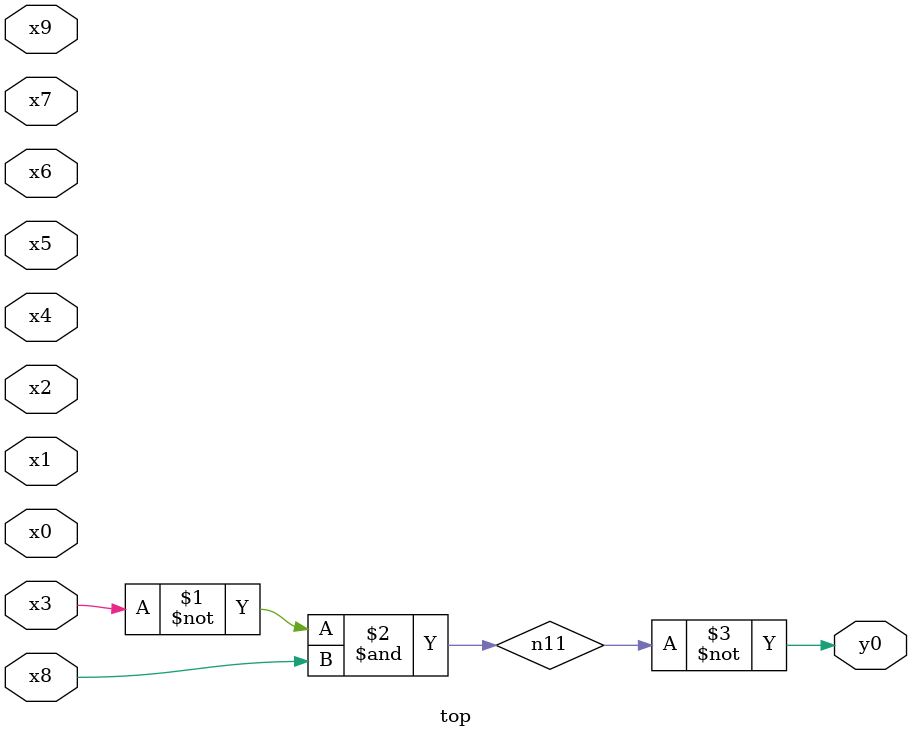
<source format=v>
module top( x0 , x1 , x2 , x3 , x4 , x5 , x6 , x7 , x8 , x9 , y0 );
  input x0 , x1 , x2 , x3 , x4 , x5 , x6 , x7 , x8 , x9 ;
  output y0 ;
  wire n11 ;
  assign n11 = ~x3 & x8 ;
  assign y0 = ~n11 ;
endmodule

</source>
